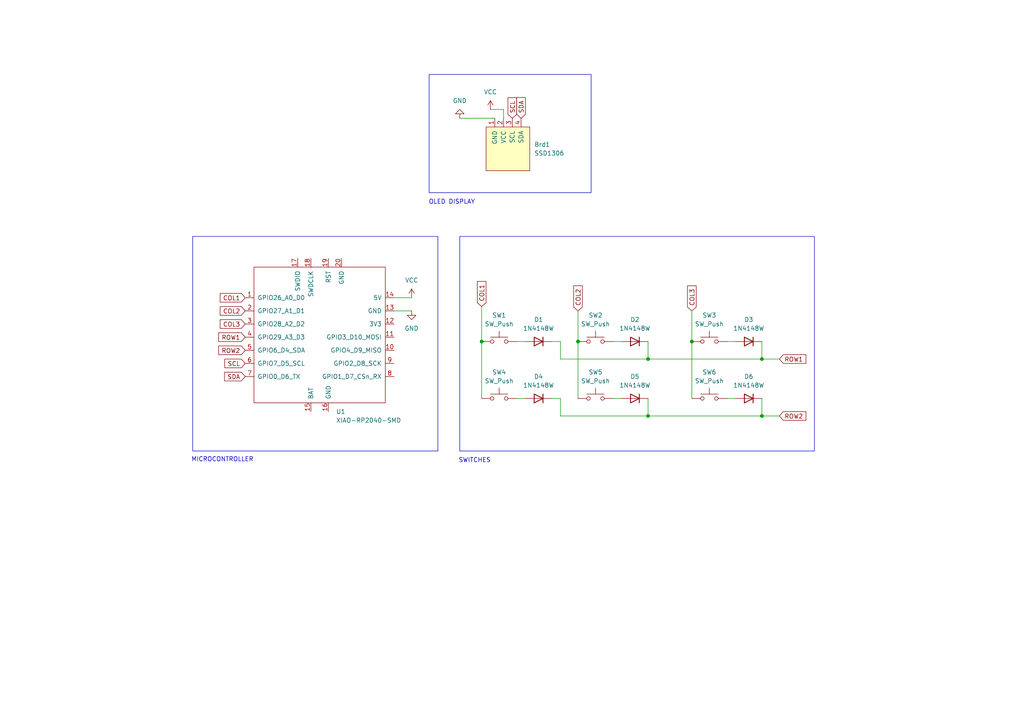
<source format=kicad_sch>
(kicad_sch (version 20231120) (generator "eeschema") (generator_version "8.0")
  (paper "A4")
  (lib_symbols
    (symbol "Diode:1N4148W" (pin_numbers hide) (pin_names hide)
      (property "Reference" "D" (at 0 2.54 0))
      (property "Value" "1N4148W" (at 0 -2.54 0))
      (symbol "1N4148W_0_1"
        (polyline (pts (xy -1.27 1.27) (xy -1.27 -1.27)) (stroke (width 0.254)))
        (polyline (pts (xy 1.27 0) (xy -1.27 0)))
        (polyline (pts (xy 1.27 1.27) (xy 1.27 -1.27) (xy -1.27 0) (xy 1.27 1.27)) (stroke (width 0.254)))
      )
      (symbol "1N4148W_1_1"
        (pin passive line (at -3.81 0 0) (length 2.54) (name "K") (number "1"))
        (pin passive line (at 3.81 0 180) (length 2.54) (name "A") (number "2"))
      )
    )
    (symbol "SSD1306-128x64_OLED:SSD1306" (pin_names (offset 1.016))
      (property "Reference" "Brd" (at 0 -3.81 0))
      (property "Value" "SSD1306" (at 0 -1.27 0))
      (symbol "SSD1306_0_1"
        (rectangle (start -6.35 6.35) (end 6.35 -6.35) (fill (type background)))
      )
      (symbol "SSD1306_1_1"
        (pin input line (at -3.81 8.89 270) (length 2.54) (name "GND") (number "1"))
        (pin input line (at -1.27 8.89 270) (length 2.54) (name "VCC") (number "2"))
        (pin input line (at 1.27 8.89 270) (length 2.54) (name "SCL") (number "3"))
        (pin input line (at 3.81 8.89 270) (length 2.54) (name "SDA") (number "4"))
      )
    )
    (symbol "Seeed_Studio_XIAO_Series:XIAO-RP2040-SMD" (pin_names (offset 1.016))
      (property "Reference" "U" (at -18.542 23.114 0))
      (property "Value" "XIAO-RP2040-SMD" (at -8.382 21.336 0))
      (symbol "XIAO-RP2040-SMD_0_1"
        (rectangle (start 19.05 -19.05) (end -19.05 20.32))
      )
      (symbol "XIAO-RP2040-SMD_1_1"
        (pin passive line (at -21.59 11.43 0) (length 2.54) (name "GPIO26_A0_D0") (number "1"))
        (pin passive line (at 21.59 -3.81 180) (length 2.54) (name "GPIO4_D9_MISO") (number "10"))
        (pin passive line (at 21.59 0 180) (length 2.54) (name "GPIO3_D10_MOSI") (number "11"))
        (pin passive line (at 21.59 3.81 180) (length 2.54) (name "3V3") (number "12"))
        (pin passive line (at 21.59 7.62 180) (length 2.54) (name "GND") (number "13"))
        (pin passive line (at 21.59 11.43 180) (length 2.54) (name "5V") (number "14"))
        (pin passive line (at -2.54 -21.59 90) (length 2.54) (name "BAT") (number "15"))
        (pin passive line (at 2.54 -21.59 90) (length 2.54) (name "GND") (number "16"))
        (pin passive line (at -6.35 22.86 270) (length 2.54) (name "SWDIO") (number "17"))
        (pin passive line (at -2.54 22.86 270) (length 2.54) (name "SWDCLK") (number "18"))
        (pin passive line (at 2.54 22.86 270) (length 2.54) (name "RST") (number "19"))
        (pin passive line (at -21.59 7.62 0) (length 2.54) (name "GPIO27_A1_D1") (number "2"))
        (pin passive line (at 6.35 22.86 270) (length 2.54) (name "GND") (number "20"))
        (pin passive line (at -21.59 3.81 0) (length 2.54) (name "GPIO28_A2_D2") (number "3"))
        (pin passive line (at -21.59 0 0) (length 2.54) (name "GPIO29_A3_D3") (number "4"))
        (pin passive line (at -21.59 -3.81 0) (length 2.54) (name "GPIO6_D4_SDA") (number "5"))
        (pin passive line (at -21.59 -7.62 0) (length 2.54) (name "GPIO7_D5_SCL") (number "6"))
        (pin passive line (at -21.59 -11.43 0) (length 2.54) (name "GPIO0_D6_TX") (number "7"))
        (pin passive line (at 21.59 -11.43 180) (length 2.54) (name "GPIO1_D7_CSn_RX") (number "8"))
        (pin passive line (at 21.59 -7.62 180) (length 2.54) (name "GPIO2_D8_SCK") (number "9"))
      )
    )
    (symbol "Switch:SW_Push" (pin_numbers hide) (pin_names (offset 1.016) hide)
      (property "Reference" "SW" (at 1.27 2.54 0))
      (property "Value" "SW_Push" (at 0 -1.524 0))
      (symbol "SW_Push_0_1"
        (circle (center -2.032 0) (radius 0.508))
        (polyline (pts (xy 0 1.27) (xy 0 3.048)))
        (polyline (pts (xy 2.54 1.27) (xy -2.54 1.27)))
        (circle (center 2.032 0) (radius 0.508))
        (pin passive line (at -5.08 0 0) (length 2.54) (name "1") (number "1"))
        (pin passive line (at 5.08 0 180) (length 2.54) (name "2") (number "2"))
      )
    )
    (symbol "power:GND" (power) (pin_numbers hide) (pin_names (offset 0) hide)
      (property "Value" "GND" (at 0 -3.81 0))
      (symbol "GND_0_1"
        (polyline (pts (xy 0 0) (xy 0 -1.27) (xy 1.27 -1.27) (xy 0 -2.54) (xy -1.27 -1.27) (xy 0 -1.27)))
      )
      (symbol "GND_1_1"
        (pin power_in line (at 0 0 270) (length 0) (name "~") (number "1"))
      )
    )
    (symbol "power:VCC" (power) (pin_numbers hide) (pin_names (offset 0) hide)
      (property "Value" "VCC" (at 0 3.556 0))
      (symbol "VCC_0_1"
        (polyline (pts (xy -0.762 1.27) (xy 0 2.54)))
        (polyline (pts (xy 0 0) (xy 0 2.54)))
        (polyline (pts (xy 0 2.54) (xy 0.762 1.27)))
      )
      (symbol "VCC_1_1"
        (pin power_in line (at 0 0 90) (length 0) (name "~") (number "1"))
      )
    )
  )
  (junction (at 187.96 104.14))
  (junction (at 220.98 104.14))
  (junction (at 187.96 120.65))
  (junction (at 220.98 120.65))
  (junction (at 167.64 99.06))
  (junction (at 139.7 99.06))
  (junction (at 200.66 99.06))
  (wire (pts (xy 220.98 104.14) (xy 226.06 104.14)))
  (wire (pts (xy 177.8 99.06) (xy 180.34 99.06)))
  (wire (pts (xy 146.05 31.75) (xy 146.05 34.29)))
  (wire (pts (xy 162.56 115.57) (xy 162.56 120.65)))
  (wire (pts (xy 142.24 31.75) (xy 146.05 31.75)))
  (wire (pts (xy 162.56 99.06) (xy 162.56 104.14)))
  (wire (pts (xy 149.86 115.57) (xy 152.4 115.57)))
  (wire (pts (xy 177.8 115.57) (xy 180.34 115.57)))
  (wire (pts (xy 114.3 86.36) (xy 119.38 86.36)))
  (wire (pts (xy 200.66 99.06) (xy 200.66 115.57)))
  (wire (pts (xy 220.98 120.65) (xy 226.06 120.65)))
  (wire (pts (xy 167.64 99.06) (xy 167.64 115.57)))
  (wire (pts (xy 139.7 99.06) (xy 139.7 115.57)))
  (wire (pts (xy 220.98 115.57) (xy 220.98 120.65)))
  (wire (pts (xy 162.56 104.14) (xy 187.96 104.14)))
  (wire (pts (xy 149.86 99.06) (xy 152.4 99.06)))
  (wire (pts (xy 114.3 90.17) (xy 119.38 90.17)))
  (wire (pts (xy 187.96 120.65) (xy 220.98 120.65)))
  (wire (pts (xy 160.02 99.06) (xy 162.56 99.06)))
  (wire (pts (xy 139.7 88.9) (xy 139.7 99.06)))
  (wire (pts (xy 200.66 90.17) (xy 200.66 99.06)))
  (wire (pts (xy 167.64 90.17) (xy 167.64 99.06)))
  (wire (pts (xy 133.35 34.29) (xy 143.51 34.29)))
  (wire (pts (xy 210.82 99.06) (xy 213.36 99.06)))
  (wire (pts (xy 162.56 120.65) (xy 187.96 120.65)))
  (wire (pts (xy 187.96 104.14) (xy 220.98 104.14)))
  (wire (pts (xy 187.96 99.06) (xy 187.96 104.14)))
  (wire (pts (xy 160.02 115.57) (xy 162.56 115.57)))
  (wire (pts (xy 187.96 115.57) (xy 187.96 120.65)))
  (wire (pts (xy 220.98 99.06) (xy 220.98 104.14)))
  (wire (pts (xy 210.82 115.57) (xy 213.36 115.57)))
  (rectangle (start 124.46 21.59) (end 171.45 55.88))
  (rectangle (start 133.35 68.58) (end 236.22 130.81))
  (rectangle (start 55.88 68.58) (end 127 130.81))
  (text "OLED DISPLAY" (at 131.064 58.674 0) (effects (font (size 1.27 1.27))))
  (text "MICROCONTROLLER" (at 64.516 133.35 0) (effects (font (size 1.27 1.27))))
  (text "SWITCHES" (at 137.668 133.604 0) (effects (font (size 1.27 1.27))))
  (global_label "COL2" (shape input) (at 167.64 90.17 90) (property "Intersheetrefs" "${INTERSHEET_REFS}" (effects (hide yes))))
  (global_label "SCL" (shape input) (at 148.59 34.29 90) (property "Intersheetrefs" "${INTERSHEET_REFS}" (effects (hide yes))))
  (global_label "ROW1" (shape input) (at 226.06 104.14 0) (property "Intersheetrefs" "${INTERSHEET_REFS}" (effects (hide yes))))
  (global_label "ROW2" (shape input) (at 71.12 101.6 180) (property "Intersheetrefs" "${INTERSHEET_REFS}" (effects (hide yes))))
  (global_label "COL3" (shape input) (at 71.12 93.98 180) (property "Intersheetrefs" "${INTERSHEET_REFS}" (effects (hide yes))))
  (global_label "SCL" (shape input) (at 71.12 105.41 180) (property "Intersheetrefs" "${INTERSHEET_REFS}" (effects (hide yes))))
  (global_label "COL3" (shape input) (at 200.66 90.17 90) (property "Intersheetrefs" "${INTERSHEET_REFS}" (effects (hide yes))))
  (global_label "ROW1" (shape input) (at 71.12 97.79 180) (property "Intersheetrefs" "${INTERSHEET_REFS}" (effects (hide yes))))
  (global_label "SDA" (shape input) (at 71.12 109.22 180) (property "Intersheetrefs" "${INTERSHEET_REFS}" (effects (hide yes))))
  (global_label "ROW2" (shape input) (at 226.06 120.65 0) (property "Intersheetrefs" "${INTERSHEET_REFS}" (effects (hide yes))))
  (global_label "COL1" (shape input) (at 71.12 86.36 180) (property "Intersheetrefs" "${INTERSHEET_REFS}" (effects (hide yes))))
  (global_label "COL2" (shape input) (at 71.12 90.17 180) (property "Intersheetrefs" "${INTERSHEET_REFS}" (effects (hide yes))))
  (global_label "SDA" (shape input) (at 151.13 34.29 90) (property "Intersheetrefs" "${INTERSHEET_REFS}" (effects (hide yes))))
  (global_label "COL1" (shape input) (at 139.7 88.9 90) (property "Intersheetrefs" "${INTERSHEET_REFS}" (effects (hide yes))))
  (symbol (lib_id "power:GND") (at 133.35 34.29 180) (unit 1)
    (property "Reference" "#PWR04" (effects (hide yes)))
    (property "Value" "GND" (at 133.35 29.21 0))
    (property "Description" "Power symbol creates a global label with name \"GND\" , ground" (effects (hide yes)))
  )
  (symbol (lib_id "power:VCC") (at 119.38 86.36 0) (unit 1)
    (property "Reference" "#PWR01" (effects (hide yes)))
    (property "Value" "VCC" (at 119.38 81.28 0))
    (property "Description" "Power symbol creates a global label with name \"VCC\"" (effects (hide yes)))
  )
  (symbol (lib_id "Switch:SW_Push") (at 172.72 115.57 0) (unit 1)
    (property "Reference" "SW5" (at 172.72 107.95 0))
    (property "Value" "SW_Push" (at 172.72 110.49 0))
    (property "Footprint" "Button_Switch_Keyboard:SW_Cherry_MX_1.00u_PCB" (effects (hide yes)))
    (property "Description" "Push button switch, generic, two pins" (effects (hide yes)))
  )
  (symbol (lib_id "Switch:SW_Push") (at 205.74 99.06 0) (unit 1)
    (property "Reference" "SW3" (at 205.74 91.44 0))
    (property "Value" "SW_Push" (at 205.74 93.98 0))
    (property "Footprint" "Button_Switch_Keyboard:SW_Cherry_MX_1.00u_PCB" (effects (hide yes)))
    (property "Description" "Push button switch, generic, two pins" (effects (hide yes)))
  )
  (symbol (lib_id "SSD1306-128x64_OLED:SSD1306") (at 147.32 43.18 0) (unit 1)
    (property "Reference" "Brd1" (at 154.94 41.9099 0) (effects (justify left)))
    (property "Value" "SSD1306" (at 154.94 44.4499 0) (effects (justify left)))
    (property "Footprint" "SSD1306:128x64OLED" (effects (hide yes)))
    (property "Description" "SSD1306 OLED" (effects (hide yes)))
  )
  (symbol (lib_id "Switch:SW_Push") (at 144.78 99.06 0) (unit 1)
    (property "Reference" "SW1" (at 144.78 91.44 0))
    (property "Value" "SW_Push" (at 144.78 93.98 0))
    (property "Footprint" "Button_Switch_Keyboard:SW_Cherry_MX_1.00u_PCB" (effects (hide yes)))
    (property "Description" "Push button switch, generic, two pins" (effects (hide yes)))
  )
  (symbol (lib_id "Diode:1N4148W") (at 184.15 115.57 180) (unit 1)
    (property "Reference" "D5" (at 184.15 109.22 0))
    (property "Value" "1N4148W" (at 184.15 111.76 0))
    (property "Footprint" "Diode_THT:D_A-405_P7.62mm_Horizontal" (effects (hide yes)))
    (property "Datasheet" "https://www.vishay.com/docs/85748/1n4148w.pdf" (effects (hide yes)))
    (property "Description" "75V 0.15A Fast Switching Diode, SOD-123" (effects (hide yes)))
    (property "Sim.Device" "D" (effects (hide yes)))
    (property "Sim.Pins" "1=K 2=A" (effects (hide yes)))
  )
  (symbol (lib_id "power:VCC") (at 142.24 31.75 0) (unit 1)
    (property "Reference" "#PWR03" (effects (hide yes)))
    (property "Value" "VCC" (at 142.24 26.67 0))
    (property "Description" "Power symbol creates a global label with name \"VCC\"" (effects (hide yes)))
  )
  (symbol (lib_id "power:GND") (at 119.38 90.17 0) (unit 1)
    (property "Reference" "#PWR02" (effects (hide yes)))
    (property "Value" "GND" (at 119.38 95.25 0))
    (property "Description" "Power symbol creates a global label with name \"GND\" , ground" (effects (hide yes)))
  )
  (symbol (lib_id "Diode:1N4148W") (at 156.21 99.06 180) (unit 1)
    (property "Reference" "D1" (at 156.21 92.71 0))
    (property "Value" "1N4148W" (at 156.21 95.25 0))
    (property "Footprint" "Diode_THT:D_A-405_P7.62mm_Horizontal" (effects (hide yes)))
    (property "Datasheet" "https://www.vishay.com/docs/85748/1n4148w.pdf" (effects (hide yes)))
    (property "Description" "75V 0.15A Fast Switching Diode, SOD-123" (effects (hide yes)))
    (property "Sim.Device" "D" (effects (hide yes)))
    (property "Sim.Pins" "1=K 2=A" (effects (hide yes)))
  )
  (symbol (lib_id "Switch:SW_Push") (at 144.78 115.57 0) (unit 1)
    (property "Reference" "SW4" (at 144.78 107.95 0))
    (property "Value" "SW_Push" (at 144.78 110.49 0))
    (property "Footprint" "Button_Switch_Keyboard:SW_Cherry_MX_1.00u_PCB" (effects (hide yes)))
    (property "Description" "Push button switch, generic, two pins" (effects (hide yes)))
  )
  (symbol (lib_id "Diode:1N4148W") (at 217.17 115.57 180) (unit 1)
    (property "Reference" "D6" (at 217.17 109.22 0))
    (property "Value" "1N4148W" (at 217.17 111.76 0))
    (property "Footprint" "Diode_THT:D_A-405_P7.62mm_Horizontal" (effects (hide yes)))
    (property "Datasheet" "https://www.vishay.com/docs/85748/1n4148w.pdf" (effects (hide yes)))
    (property "Description" "75V 0.15A Fast Switching Diode, SOD-123" (effects (hide yes)))
    (property "Sim.Device" "D" (effects (hide yes)))
    (property "Sim.Pins" "1=K 2=A" (effects (hide yes)))
  )
  (symbol (lib_id "Diode:1N4148W") (at 217.17 99.06 180) (unit 1)
    (property "Reference" "D3" (at 217.17 92.71 0))
    (property "Value" "1N4148W" (at 217.17 95.25 0))
    (property "Footprint" "Diode_THT:D_A-405_P7.62mm_Horizontal" (effects (hide yes)))
    (property "Datasheet" "https://www.vishay.com/docs/85748/1n4148w.pdf" (effects (hide yes)))
    (property "Description" "75V 0.15A Fast Switching Diode, SOD-123" (effects (hide yes)))
    (property "Sim.Device" "D" (effects (hide yes)))
    (property "Sim.Pins" "1=K 2=A" (effects (hide yes)))
  )
  (symbol (lib_id "Switch:SW_Push") (at 205.74 115.57 0) (unit 1)
    (property "Reference" "SW6" (at 205.74 107.95 0))
    (property "Value" "SW_Push" (at 205.74 110.49 0))
    (property "Footprint" "Button_Switch_Keyboard:SW_Cherry_MX_1.00u_PCB" (effects (hide yes)))
    (property "Description" "Push button switch, generic, two pins" (effects (hide yes)))
  )
  (symbol (lib_id "Diode:1N4148W") (at 156.21 115.57 180) (unit 1)
    (property "Reference" "D4" (at 156.21 109.22 0))
    (property "Value" "1N4148W" (at 156.21 111.76 0))
    (property "Footprint" "Diode_THT:D_A-405_P7.62mm_Horizontal" (effects (hide yes)))
    (property "Datasheet" "https://www.vishay.com/docs/85748/1n4148w.pdf" (effects (hide yes)))
    (property "Description" "75V 0.15A Fast Switching Diode, SOD-123" (effects (hide yes)))
    (property "Sim.Device" "D" (effects (hide yes)))
    (property "Sim.Pins" "1=K 2=A" (effects (hide yes)))
  )
  (symbol (lib_id "Seeed_Studio_XIAO_Series:XIAO-RP2040-SMD") (at 92.71 97.79 0) (unit 1)
    (property "Reference" "U1" (at 97.4441 119.38 0) (effects (justify left)))
    (property "Value" "XIAO-RP2040-SMD" (at 97.4441 121.92 0) (effects (justify left)))
    (property "Footprint" "XIAO_PCB:MOUDLE14P-2.54-21X17.8MM" (effects (hide yes)))
  )
  (symbol (lib_id "Diode:1N4148W") (at 184.15 99.06 180) (unit 1)
    (property "Reference" "D2" (at 184.15 92.71 0))
    (property "Value" "1N4148W" (at 184.15 95.25 0))
    (property "Footprint" "Diode_THT:D_A-405_P7.62mm_Horizontal" (effects (hide yes)))
    (property "Datasheet" "https://www.vishay.com/docs/85748/1n4148w.pdf" (effects (hide yes)))
    (property "Description" "75V 0.15A Fast Switching Diode, SOD-123" (effects (hide yes)))
    (property "Sim.Device" "D" (effects (hide yes)))
    (property "Sim.Pins" "1=K 2=A" (effects (hide yes)))
  )
  (symbol (lib_id "Switch:SW_Push") (at 172.72 99.06 0) (unit 1)
    (property "Reference" "SW2" (at 172.72 91.44 0))
    (property "Value" "SW_Push" (at 172.72 93.98 0))
    (property "Footprint" "Button_Switch_Keyboard:SW_Cherry_MX_1.00u_PCB" (effects (hide yes)))
    (property "Description" "Push button switch, generic, two pins" (effects (hide yes)))
  )
)
</source>
